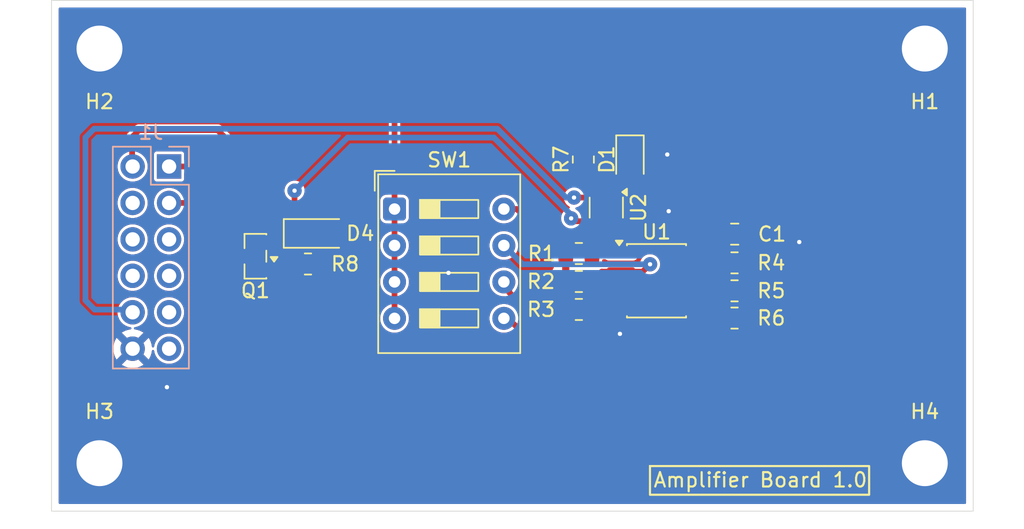
<source format=kicad_pcb>
(kicad_pcb (version 20241229) (generator "pcbnew") (generator_version "9.0")
  (title_block (title "Amplifier_Board") (date "2025-11-16") (rev "1.0") (company "PKl"))
  (layers (0 "F.Cu" signal) (2 "B.Cu" signal) (13 "F.Paste" user) (15 "B.Paste" user) (5 "F.SilkS" user "F.Silkscreen") (7 "B.SilkS" user "B.Silkscreen") (1 "F.Mask" user) (3 "B.Mask" user) (25 "Edge.Cuts" user))
  (net 0 "")
  (net 1 "GND")
  (net 2 "I2C0_SDA")
  (net 3 "I2C0_SCL")
  (net 4 "3V3_EEPROM")
  (net 5 "ON")
  (net 11 "Net-(D1-K)")
  (net 14 "Net-(U1-E0)")
  (net 15 "Net-(U1-E1)")
  (net 16 "Net-(U1-E2)")
  (net 17 "Net-(U1-~{WC})")
  (net 19 "3V3_IN")
  (net 20 "3V3_OUT")
  (net 21 "Net-(D4-A)")
  (footprint "Resistor_SMD:R_0805_2012Metric" (layer "F.Cu") (at 143.16 89.88 90)
    (property "Reference" "R7" (at 0 -1.55 90) (layer "F.SilkS"))
    (property "Value" "1K")
    (fp_line (start -0.227064 -0.735) (end 0.227064 -0.735) (stroke (width 0.12)) (layer "F.SilkS"))
    (fp_line (start -0.227064 0.735) (end 0.227064 0.735) (stroke (width 0.12)) (layer "F.SilkS"))
    (pad "1" smd roundrect (at -0.9125 0 90) (size 1.025 1.4) (layers "F.Cu" "F.Mask" "F.Paste") (roundrect_rratio 0.243902) (net 1 "GND"))
    (pad "2" smd roundrect (at 0.9125 0 90) (size 1.025 1.4) (layers "F.Cu" "F.Mask" "F.Paste") (roundrect_rratio 0.243902) (net 11 "Net-(D1-K)"))
  )
  (footprint "Diode_SMD:D_SOD-123F" (layer "F.Cu") (at 124.49 95.03)
    (property "Reference" "D4" (at 3.12 0 0) (layer "F.SilkS"))
    (property "Value" "BZT52C5V1-DIO")
    (fp_line (start -2.21 -1) (end -2.21 1) (stroke (width 0.12)) (layer "F.SilkS"))
    (fp_line (start -2.21 -1) (end 1.65 -1) (stroke (width 0.12)) (layer "F.SilkS"))
    (fp_line (start -2.21 1) (end 1.65 1) (stroke (width 0.12)) (layer "F.SilkS"))
    (pad "1" smd roundrect (at -1.4 0) (size 1.1 1.1) (layers "F.Cu" "F.Mask" "F.Paste") (roundrect_rratio 0.2272727273) (net 20 "3V3_OUT"))
    (pad "2" smd roundrect (at 1.4 0) (size 1.1 1.1) (layers "F.Cu" "F.Mask" "F.Paste") (roundrect_rratio 0.2272727273) (net 21 "Net-(D4-A)"))
  )
  (footprint "MountingHole:MountingHole_3.2mm_M3_DIN965_Pad" (layer "F.Cu") (at 109.435 111.045)
    (property "Reference" "H3" (at 0 -3.6 0) (layer "F.SilkS"))
    (property "Value" "MountingHole_Pad")
    (pad "1" thru_hole circle (at 0 0) (size 5.6 5.6) (drill 3.2) (layers "*.Cu" "*.Mask") (net 1 "GND"))
  )
  (footprint "Resistor_SMD:R_0805_2012Metric" (layer "F.Cu") (at 153.6975 100.93)
    (property "Reference" "R6" (at 2.5625 0 0) (layer "F.SilkS"))
    (property "Value" "0")
    (fp_line (start -0.227064 -0.735) (end 0.227064 -0.735) (stroke (width 0.12)) (layer "F.SilkS"))
    (fp_line (start -0.227064 0.735) (end 0.227064 0.735) (stroke (width 0.12)) (layer "F.SilkS"))
    (pad "1" smd roundrect (at -0.9125 0) (size 1.025 1.4) (layers "F.Cu" "F.Mask" "F.Paste") (roundrect_rratio 0.243902) (net 2 "I2C0_SDA"))
    (pad "2" smd roundrect (at 0.9125 0) (size 1.025 1.4) (layers "F.Cu" "F.Mask" "F.Paste") (roundrect_rratio 0.243902) (net 4 "3V3_EEPROM"))
  )
  (footprint "Resistor_SMD:R_0805_2012Metric" (layer "F.Cu") (at 153.6975 97.08 180)
    (property "Reference" "R4" (at -2.5625 0 0) (layer "F.SilkS"))
    (property "Value" "47K")
    (fp_line (start -0.227064 0.735) (end 0.227064 0.735) (stroke (width 0.12)) (layer "F.SilkS"))
    (fp_line (start -0.227064 -0.735) (end 0.227064 -0.735) (stroke (width 0.12)) (layer "F.SilkS"))
    (pad "1" smd roundrect (at -0.9125 0 180) (size 1.025 1.4) (layers "F.Cu" "F.Mask" "F.Paste") (roundrect_rratio 0.243902) (net 1 "GND"))
    (pad "2" smd roundrect (at 0.9125 0 180) (size 1.025 1.4) (layers "F.Cu" "F.Mask" "F.Paste") (roundrect_rratio 0.243902) (net 17 "Net-(U1-~{WC})"))
  )
  (footprint "LED_SMD:LED_0805_2012Metric" (layer "F.Cu") (at 146.41 89.88 -90)
    (property "Reference" "D1" (at 0 1.6125 90) (layer "F.SilkS"))
    (property "Value" "LED")
    (fp_line (start -1.685 0.96) (end 1 0.96) (stroke (width 0.12)) (layer "F.SilkS"))
    (fp_line (start -1.685 -0.96) (end -1.685 0.96) (stroke (width 0.12)) (layer "F.SilkS"))
    (fp_line (start 1 -0.96) (end -1.685 -0.96) (stroke (width 0.12)) (layer "F.SilkS"))
    (pad "1" smd roundrect (at -0.9375 0 270) (size 0.975 1.4) (layers "F.Cu" "F.Mask" "F.Paste") (net 11 "Net-(D1-K)"))
    (pad "2" smd roundrect (at 0.9375 0 270) (size 0.975 1.4) (layers "F.Cu" "F.Mask" "F.Paste") (net 4 "3V3_EEPROM"))
  )
  (footprint "Package_SO:SOIC-8_3.9x4.9mm_P1.27mm" (layer "F.Cu") (at 148.26 98.33)
    (property "Reference" "U1" (at 0 -3.4 0) (layer "F.SilkS"))
    (property "Value" "M24C32-WMN6TP")
    (fp_line (start -2.06 -2.56) (end 2.06 -2.56) (stroke (width 0.12)) (layer "F.SilkS"))
    (fp_line (start -2.06 -2.465) (end -2.06 -2.56) (stroke (width 0.12)) (layer "F.SilkS"))
    (fp_line (start -2.06 2.56) (end -2.06 2.465) (stroke (width 0.12)) (layer "F.SilkS"))
    (fp_line (start 2.06 -2.56) (end 2.06 -2.465) (stroke (width 0.12)) (layer "F.SilkS"))
    (fp_line (start 2.06 2.465) (end 2.06 2.56) (stroke (width 0.12)) (layer "F.SilkS"))
    (fp_line (start 2.06 2.56) (end -2.06 2.56) (stroke (width 0.12)) (layer "F.SilkS"))
    (fp_poly (pts (xy -2.6 -2.47) (xy -2.84 -2.8) (xy -2.36 -2.8)) (stroke (width 0.12)) (fill yes) (layer "F.SilkS"))
    (pad "1" smd roundrect (at -2.475 -1.905) (size 1.95 0.6) (layers "F.Cu" "F.Mask" "F.Paste") (net 14 "Net-(U1-E0)"))
    (pad "2" smd roundrect (at -2.475 -0.635) (size 1.95 0.6) (layers "F.Cu" "F.Mask" "F.Paste") (net 15 "Net-(U1-E1)"))
    (pad "3" smd roundrect (at -2.475 0.635) (size 1.95 0.6) (layers "F.Cu" "F.Mask" "F.Paste") (net 16 "Net-(U1-E2)"))
    (pad "4" smd roundrect (at -2.475 1.905) (size 1.95 0.6) (layers "F.Cu" "F.Mask" "F.Paste") (net 1 "GND"))
    (pad "5" smd roundrect (at 2.475 1.905) (size 1.95 0.6) (layers "F.Cu" "F.Mask" "F.Paste") (net 2 "I2C0_SDA"))
    (pad "6" smd roundrect (at 2.475 0.635) (size 1.95 0.6) (layers "F.Cu" "F.Mask" "F.Paste") (net 3 "I2C0_SCL"))
    (pad "7" smd roundrect (at 2.475 -0.635) (size 1.95 0.6) (layers "F.Cu" "F.Mask" "F.Paste") (net 17 "Net-(U1-~{WC})"))
    (pad "8" smd roundrect (at 2.475 -1.905) (size 1.95 0.6) (layers "F.Cu" "F.Mask" "F.Paste") (net 4 "3V3_EEPROM"))
  )
  (footprint "MountingHole:MountingHole_3.2mm_M3_DIN965_Pad" (layer "F.Cu") (at 166.96 111.045)
    (property "Reference" "H4" (at 0 -3.6 0) (layer "F.SilkS"))
    (property "Value" "MountingHole_Pad")
    (pad "1" thru_hole circle (at 0 0) (size 5.6 5.6) (drill 3.2) (layers "*.Cu" "*.Mask") (net 1 "GND"))
  )
  (footprint "Resistor_SMD:R_0805_2012Metric" (layer "F.Cu") (at 142.8475 100.33)
    (property "Reference" "R3" (at -2.6375 0 0) (layer "F.SilkS"))
    (property "Value" "47K")
    (fp_line (start -0.227064 -0.735) (end 0.227064 -0.735) (stroke (width 0.12)) (layer "F.SilkS"))
    (fp_line (start -0.227064 0.735) (end 0.227064 0.735) (stroke (width 0.12)) (layer "F.SilkS"))
    (pad "1" smd roundrect (at -0.9125 0) (size 1.025 1.4) (layers "F.Cu" "F.Mask" "F.Paste") (roundrect_rratio 0.243902) (net 1 "GND"))
    (pad "2" smd roundrect (at 0.9125 0) (size 1.025 1.4) (layers "F.Cu" "F.Mask" "F.Paste") (roundrect_rratio 0.243902) (net 16 "Net-(U1-E2)"))
  )
  (footprint "Resistor_SMD:R_0805_2012Metric" (layer "F.Cu") (at 123.9675 97.16)
    (property "Reference" "R8" (at 2.585 0 0) (layer "F.SilkS"))
    (property "Value" "100K")
    (fp_line (start -0.227064 -0.735) (end 0.227064 -0.735) (stroke (width 0.12)) (layer "F.SilkS"))
    (fp_line (start -0.227064 0.735) (end 0.227064 0.735) (stroke (width 0.12)) (layer "F.SilkS"))
    (pad "1" smd roundrect (at -0.9125 0) (size 1.025 1.4) (layers "F.Cu" "F.Mask" "F.Paste") (roundrect_rratio 0.243902) (net 1 "GND"))
    (pad "2" smd roundrect (at 0.9125 0) (size 1.025 1.4) (layers "F.Cu" "F.Mask" "F.Paste") (roundrect_rratio 0.243902) (net 21 "Net-(D4-A)"))
  )
  (footprint "Resistor_SMD:R_0805_2012Metric" (layer "F.Cu") (at 153.6975 99.03)
    (property "Reference" "R5" (at 2.5625 0 0) (layer "F.SilkS"))
    (property "Value" "0")
    (fp_line (start -0.227064 -0.735) (end 0.227064 -0.735) (stroke (width 0.12)) (layer "F.SilkS"))
    (fp_line (start -0.227064 0.735) (end 0.227064 0.735) (stroke (width 0.12)) (layer "F.SilkS"))
    (pad "1" smd roundrect (at -0.9125 0) (size 1.025 1.4) (layers "F.Cu" "F.Mask" "F.Paste") (roundrect_rratio 0.243902) (net 3 "I2C0_SCL"))
    (pad "2" smd roundrect (at 0.9125 0) (size 1.025 1.4) (layers "F.Cu" "F.Mask" "F.Paste") (roundrect_rratio 0.243902) (net 4 "3V3_EEPROM"))
  )
  (footprint "Button_Switch_THT:SW_DIP_SPSTx04_Slide_9.78x12.34mm_W7.62mm_P2.54mm" (layer "F.Cu") (at 130 93.33)
    (property "Reference" "SW1" (at 3.81 -3.42 0) (layer "F.SilkS"))
    (property "Value" "SW_DIP_x04")
    (fp_line (start -1.38 -2.66) (end -1.38 -1.277) (stroke (width 0.12)) (layer "F.SilkS"))
    (fp_line (start -1.38 -2.66) (end 0.003 -2.66) (stroke (width 0.12)) (layer "F.SilkS"))
    (fp_line (start -1.14 -2.42) (end -1.14 10.04) (stroke (width 0.12)) (layer "F.SilkS"))
    (fp_line (start -1.14 -2.42) (end 8.76 -2.42) (stroke (width 0.12)) (layer "F.SilkS"))
    (fp_line (start -1.14 10.04) (end 8.76 10.04) (stroke (width 0.12)) (layer "F.SilkS"))
    (fp_line (start 3.133333 -0.635) (end 3.133333 0.635) (stroke (width 0.12)) (layer "F.SilkS"))
    (fp_line (start 3.133333 1.905) (end 3.133333 3.175) (stroke (width 0.12)) (layer "F.SilkS"))
    (fp_line (start 3.133333 4.445) (end 3.133333 5.715) (stroke (width 0.12)) (layer "F.SilkS"))
    (fp_line (start 3.133333 6.985) (end 3.133333 8.255) (stroke (width 0.12)) (layer "F.SilkS"))
    (fp_line (start 8.76 -2.42) (end 8.76 10.04) (stroke (width 0.12)) (layer "F.SilkS"))
    (fp_rect (start 1.78 -0.635) (end 3.133333 0.635) (stroke (width 0.12)) (fill yes) (layer "F.SilkS"))
    (fp_rect (start 1.78 -0.635) (end 5.84 0.635) (stroke (width 0.12)) (fill no) (layer "F.SilkS"))
    (fp_rect (start 1.78 1.905) (end 3.133333 3.175) (stroke (width 0.12)) (fill yes) (layer "F.SilkS"))
    (fp_rect (start 1.78 1.905) (end 5.84 3.175) (stroke (width 0.12)) (fill no) (layer "F.SilkS"))
    (fp_rect (start 1.78 4.445) (end 3.133333 5.715) (stroke (width 0.12)) (fill yes) (layer "F.SilkS"))
    (fp_rect (start 1.78 4.445) (end 5.84 5.715) (stroke (width 0.12)) (fill no) (layer "F.SilkS"))
    (fp_rect (start 1.78 6.985) (end 3.133333 8.255) (stroke (width 0.12)) (fill yes) (layer "F.SilkS"))
    (fp_rect (start 1.78 6.985) (end 5.84 8.255) (stroke (width 0.12)) (fill no) (layer "F.SilkS"))
    (pad "1" thru_hole roundrect (at 0 0) (size 1.6 1.6) (drill 0.8) (layers "*.Cu" "*.Mask") (roundrect_rratio 0.15625) (net 4 "3V3_EEPROM"))
    (pad "2" thru_hole circle (at 0 2.54) (size 1.6 1.6) (drill 0.8) (layers "*.Cu" "*.Mask") (net 4 "3V3_EEPROM"))
    (pad "3" thru_hole circle (at 0 5.08) (size 1.6 1.6) (drill 0.8) (layers "*.Cu" "*.Mask") (net 4 "3V3_EEPROM"))
    (pad "4" thru_hole circle (at 0 7.62) (size 1.6 1.6) (drill 0.8) (layers "*.Cu" "*.Mask") (net 4 "3V3_EEPROM"))
    (pad "5" thru_hole circle (at 7.62 7.62) (size 1.6 1.6) (drill 0.8) (layers "*.Cu" "*.Mask") (net 17 "Net-(U1-~{WC})"))
    (pad "6" thru_hole circle (at 7.62 5.08) (size 1.6 1.6) (drill 0.8) (layers "*.Cu" "*.Mask") (net 16 "Net-(U1-E2)"))
    (pad "7" thru_hole circle (at 7.62 2.54) (size 1.6 1.6) (drill 0.8) (layers "*.Cu" "*.Mask") (net 15 "Net-(U1-E1)"))
    (pad "8" thru_hole circle (at 7.62 0) (size 1.6 1.6) (drill 0.8) (layers "*.Cu" "*.Mask") (net 14 "Net-(U1-E0)"))
  )
  (footprint "Capacitor_SMD:C_0805_2012Metric" (layer "F.Cu") (at 153.71 95.08)
    (property "Reference" "C1" (at 2.6 0 0) (layer "F.SilkS"))
    (property "Value" "100nF")
    (fp_line (start -0.261252 -0.735) (end 0.261252 -0.735) (stroke (width 0.12)) (layer "F.SilkS"))
    (fp_line (start -0.261252 0.735) (end 0.261252 0.735) (stroke (width 0.12)) (layer "F.SilkS"))
    (pad "1" smd roundrect (at -0.95 0) (size 1 1.45) (layers "F.Cu" "F.Mask" "F.Paste") (net 4 "3V3_EEPROM"))
    (pad "2" smd roundrect (at 0.95 0) (size 1 1.45) (layers "F.Cu" "F.Mask" "F.Paste") (net 1 "GND"))
  )
  (footprint "Package_TO_SOT_SMD:SOT-363_SC-70-6" (layer "F.Cu") (at 144.76 93.23 -90)
    (property "Reference" "U2" (at 0 -2.25 90) (layer "F.SilkS"))
    (property "Value" "SIP32431DR3-T1GE3")
    (fp_line (start -0.7 1.16) (end 0.7 1.16) (stroke (width 0.12)) (layer "F.SilkS"))
    (fp_line (start -0.71 -1.16) (end 0.7 -1.16) (stroke (width 0.12)) (layer "F.SilkS"))
    (fp_poly (pts (xy -1.08 -1.11) (xy -1.32 -1.44) (xy -0.84 -1.44) (xy -1.08 -1.11)) (stroke (width 0.12)) (fill yes) (layer "F.SilkS"))
    (pad "1" smd roundrect (at -0.95 -0.65 270) (size 0.65 0.4) (layers "F.Cu" "F.Mask" "F.Paste") (net 4 "3V3_EEPROM"))
    (pad "2" smd roundrect (at -0.95 0 270) (size 0.65 0.4) (layers "F.Cu" "F.Mask" "F.Paste") (net 1 "GND"))
    (pad "3" smd roundrect (at -0.95 0.65 270) (size 0.65 0.4) (layers "F.Cu" "F.Mask" "F.Paste") (net 5 "ON"))
    (pad "4" smd roundrect (at 0.95 0.65 270) (size 0.65 0.4) (layers "F.Cu" "F.Mask" "F.Paste") (net 20 "3V3_OUT"))
    (pad "5" smd roundrect (at 0.95 0 270) (size 0.65 0.4) (layers "F.Cu" "F.Mask" "F.Paste") (net 1 "GND"))
    (pad "6" smd roundrect (at 0.95 -0.65 270) (size 0.65 0.4) (layers "F.Cu" "F.Mask" "F.Paste"))
  )
  (footprint "Package_TO_SOT_SMD:SOT-23" (layer "F.Cu") (at 120.3025 96.62 180)
    (property "Reference" "Q1" (at 0 -2.4 0) (layer "F.SilkS"))
    (property "Value" "AO3407A")
    (fp_line (start 0.76 1.56) (end -0.76 1.56) (stroke (width 0.12)) (layer "F.SilkS"))
    (fp_line (start 0.76 0.56) (end 0.76 1.56) (stroke (width 0.12)) (layer "F.SilkS"))
    (fp_line (start 0.76 -1.56) (end 0.76 -0.56) (stroke (width 0.12)) (layer "F.SilkS"))
    (fp_line (start -0.76 1.56) (end -0.76 1.51) (stroke (width 0.12)) (layer "F.SilkS"))
    (fp_line (start -0.76 0.39) (end -0.76 -0.39) (stroke (width 0.12)) (layer "F.SilkS"))
    (fp_line (start -0.76 -1.51) (end -0.76 -1.56) (stroke (width 0.12)) (layer "F.SilkS"))
    (fp_line (start -0.76 -1.56) (end 0.76 -1.56) (stroke (width 0.12)) (layer "F.SilkS"))
    (fp_poly (pts (xy -1.3 -0.38) (xy -1.06 -0.05) (xy -1.54 -0.05)) (stroke (width 0.12)) (fill yes) (layer "F.SilkS"))
    (pad "1" smd roundrect (at -0.9375 -0.95 180) (size 1.475 0.6) (layers "F.Cu" "F.Mask" "F.Paste") (net 21 "Net-(D4-A)"))
    (pad "2" smd roundrect (at -0.9375 0.95 180) (size 1.475 0.6) (layers "F.Cu" "F.Mask" "F.Paste") (net 20 "3V3_OUT"))
    (pad "3" smd roundrect (at 0.9375 0 180) (size 1.475 0.6) (layers "F.Cu" "F.Mask" "F.Paste") (net 19 "3V3_IN"))
  )
  (footprint "MountingHole:MountingHole_3.2mm_M3_DIN965_Pad" (layer "F.Cu") (at 166.96 82.145)
    (property "Reference" "H1" (at 0 3.7 0) (layer "F.SilkS"))
    (property "Value" "MountingHole_Pad" (hide yes))
    (pad "1" thru_hole circle (at 0 0) (size 5.6 5.6) (drill 3.2) (layers "*.Cu" "*.Mask") (net 1 "GND"))
  )
  (footprint "Resistor_SMD:R_0805_2012Metric" (layer "F.Cu") (at 142.8475 96.43)
    (property "Reference" "R1" (at -2.5875 0 0) (layer "F.SilkS"))
    (property "Value" "47K")
    (fp_line (start -0.227064 -0.735) (end 0.227064 -0.735) (stroke (width 0.12)) (layer "F.SilkS"))
    (fp_line (start -0.227064 0.735) (end 0.227064 0.735) (stroke (width 0.12)) (layer "F.SilkS"))
    (pad "1" smd roundrect (at -0.9125 0) (size 1.025 1.4) (layers "F.Cu" "F.Mask" "F.Paste") (roundrect_rratio 0.243902) (net 1 "GND"))
    (pad "2" smd roundrect (at 0.9125 0) (size 1.025 1.4) (layers "F.Cu" "F.Mask" "F.Paste") (roundrect_rratio 0.243902) (net 14 "Net-(U1-E0)"))
  )
  (footprint "MountingHole:MountingHole_3.2mm_M3_DIN965_Pad" (layer "F.Cu") (at 109.435 82.145)
    (property "Reference" "H2" (at 0 3.7 0) (layer "F.SilkS"))
    (property "Value" "MountingHole_Pad" (hide yes))
    (pad "1" thru_hole circle (at 0 0) (size 5.6 5.6) (drill 3.2) (layers "*.Cu" "*.Mask") (net 1 "GND"))
  )
  (footprint "Resistor_SMD:R_0805_2012Metric" (layer "F.Cu") (at 142.8475 98.38)
    (property "Reference" "R2" (at -2.6375 0 0) (layer "F.SilkS"))
    (property "Value" "47K")
    (fp_line (start -0.227064 -0.735) (end 0.227064 -0.735) (stroke (width 0.12)) (layer "F.SilkS"))
    (fp_line (start -0.227064 0.735) (end 0.227064 0.735) (stroke (width 0.12)) (layer "F.SilkS"))
    (pad "1" smd roundrect (at -0.9125 0) (size 1.025 1.4) (layers "F.Cu" "F.Mask" "F.Paste") (roundrect_rratio 0.243902) (net 1 "GND"))
    (pad "2" smd roundrect (at 0.9125 0) (size 1.025 1.4) (layers "F.Cu" "F.Mask" "F.Paste") (roundrect_rratio 0.243902) (net 15 "Net-(U1-E1)"))
  )
  (footprint "Connector_PinHeader_2.54mm:PinHeader_2x06_P2.54mm_Vertical" (layer "B.Cu") (at 114.285 90.365 180)
    (property "Reference" "J1" (at 1.27 2.38 0) (layer "B.SilkS") (effects (justify mirror)))
    (property "Value" "COM")
    (fp_line (start 3.92 1.38) (end 3.92 -14.08) (stroke (width 0.12)) (layer "B.SilkS"))
    (fp_line (start 1.27 1.38) (end 3.92 1.38) (stroke (width 0.12)) (layer "B.SilkS"))
    (fp_line (start 1.27 -1.27) (end 1.27 1.38) (stroke (width 0.12)) (layer "B.SilkS"))
    (fp_line (start -1.38 1.38) (end 0 1.38) (stroke (width 0.12)) (layer "B.SilkS"))
    (fp_line (start -1.38 0) (end -1.38 1.38) (stroke (width 0.12)) (layer "B.SilkS"))
    (fp_line (start -1.38 -1.27) (end 1.27 -1.27) (stroke (width 0.12)) (layer "B.SilkS"))
    (fp_line (start -1.38 -1.27) (end -1.38 -14.08) (stroke (width 0.12)) (layer "B.SilkS"))
    (fp_line (start -1.38 -14.08) (end 3.92 -14.08) (stroke (width 0.12)) (layer "B.SilkS"))
    (pad "1" thru_hole rect (at 0 0 180) (size 1.7 1.7) (drill 1) (layers "*.Cu" "*.Mask") (net 3 "I2C0_SCL"))
    (pad "2" thru_hole circle (at 2.54 0 180) (size 1.7 1.7) (drill 1) (layers "*.Cu" "*.Mask") (net 19 "3V3_IN"))
    (pad "3" thru_hole circle (at 0 -2.54 180) (size 1.7 1.7) (drill 1) (layers "*.Cu" "*.Mask") (net 2 "I2C0_SDA"))
    (pad "4" thru_hole circle (at 2.54 -2.54 180) (size 1.7 1.7) (drill 1) (layers "*.Cu" "*.Mask"))
    (pad "5" thru_hole circle (at 0 -5.08 180) (size 1.7 1.7) (drill 1) (layers "*.Cu" "*.Mask"))
    (pad "6" thru_hole circle (at 2.54 -5.08 180) (size 1.7 1.7) (drill 1) (layers "*.Cu" "*.Mask"))
    (pad "7" thru_hole circle (at 0 -7.62 180) (size 1.7 1.7) (drill 1) (layers "*.Cu" "*.Mask"))
    (pad "8" thru_hole circle (at 2.54 -7.62 180) (size 1.7 1.7) (drill 1) (layers "*.Cu" "*.Mask"))
    (pad "9" thru_hole circle (at 0 -10.16 180) (size 1.7 1.7) (drill 1) (layers "*.Cu" "*.Mask"))
    (pad "10" thru_hole circle (at 2.54 -10.16 180) (size 1.7 1.7) (drill 1) (layers "*.Cu" "*.Mask") (net 5 "ON"))
    (pad "11" thru_hole circle (at 0 -12.7 180) (size 1.7 1.7) (drill 1) (layers "*.Cu" "*.Mask"))
    (pad "12" thru_hole circle (at 2.54 -12.7 180) (size 1.7 1.7) (drill 1) (layers "*.Cu" "*.Mask") (net 1 "GND"))
  )
  (gr_rect (start 147.805 111.245) (end 163.08 113.245) (stroke (width 0.15)) (fill no) (layer "F.SilkS"))
  (gr_rect (start 106.092152 78.785) (end 170.335 114.39) (stroke (width 0.05)) (fill no) (layer "Edge.Cuts"))
  (gr_text "Amplifier Board 1.0" (at 147.975 112.8 0) (layer "F.SilkS") (effects (font (size 1 1)) (justify left bottom)))
  (via (at 149.11 93.48) (size 1) (drill 0.3) (layers "F.Cu" "B.Cu") (net 1))
  (via (at 158.21 95.63) (size 1) (drill 0.3) (layers "F.Cu" "B.Cu") (net 1))
  (via (at 145.71 102.03) (size 1) (drill 0.3) (layers "F.Cu" "B.Cu") (net 1))
  (via (at 133.76 97.78) (size 1) (drill 0.3) (layers "F.Cu" "B.Cu") (net 1))
  (via (at 114.135 105.745) (size 1) (drill 0.3) (layers "F.Cu" "B.Cu") (net 1))
  (via (at 149.01 89.53) (size 1) (drill 0.3) (layers "F.Cu" "B.Cu") (net 1))
  (segment (start 149.91 103.23) (end 149.91 101.06) (width 0.4) (layer "F.Cu") (net 2))
  (segment (start 150.735 100.235) (end 152.09 100.235) (width 0.4) (layer "F.Cu") (net 2))
  (segment (start 115.595 92.905) (end 116.74 94.05) (width 0.4) (layer "F.Cu") (net 2))
  (segment (start 117.74 104.5) (end 148.64 104.5) (width 0.4) (layer "F.Cu") (net 2))
  (segment (start 114.285 92.905) (end 115.595 92.905) (width 0.4) (layer "F.Cu") (net 2))
  (segment (start 148.64 104.5) (end 149.91 103.23) (width 0.4) (layer "F.Cu") (net 2))
  (segment (start 149.91 101.06) (end 150.735 100.235) (width 0.4) (layer "F.Cu") (net 2))
  (segment (start 152.09 100.235) (end 152.785 100.93) (width 0.4) (layer "F.Cu") (net 2))
  (segment (start 116.74 94.05) (end 116.74 103.5) (width 0.4) (layer "F.Cu") (net 2))
  (segment (start 116.74 103.5) (end 117.74 104.5) (width 0.4) (layer "F.Cu") (net 2))
  (segment (start 117.9975 103.9) (end 148.39 103.9) (width 0.4) (layer "F.Cu") (net 3))
  (segment (start 149.31 99.48) (end 149.825 98.965) (width 0.4) (layer "F.Cu") (net 3))
  (segment (start 149.31 102.98) (end 149.31 99.48) (width 0.4) (layer "F.Cu") (net 3))
  (segment (start 152.785 99.03) (end 150.8 99.03) (width 0.4) (layer "F.Cu") (net 3))
  (segment (start 148.39 103.9) (end 149.31 102.98) (width 0.4) (layer "F.Cu") (net 3))
  (segment (start 117.34 103.2425) (end 117.9975 103.9) (width 0.4) (layer "F.Cu") (net 3))
  (segment (start 114.285 90.365) (end 116.765 90.365) (width 0.4) (layer "F.Cu") (net 3))
  (segment (start 116.765 90.365) (end 117.34 90.94) (width 0.4) (layer "F.Cu") (net 3))
  (segment (start 149.825 98.965) (end 150.735 98.965) (width 0.4) (layer "F.Cu") (net 3))
  (segment (start 117.34 90.94) (end 117.34 103.2425) (width 0.4) (layer "F.Cu") (net 3))
  (segment (start 150.8 99.03) (end 150.735 98.965) (width 0.4) (layer "F.Cu") (net 3))
  (segment (start 145.41 92.28) (end 146.61 92.28) (width 0.4) (layer "F.Cu") (net 4))
  (segment (start 150.86 96.3) (end 150.735 96.425) (width 0.4) (layer "F.Cu") (net 4))
  (segment (start 148.01 86.33) (end 148.01 90.43) (width 0.4) (layer "F.Cu") (net 4))
  (segment (start 150.735 92.855) (end 150.735 96.425) (width 0.4) (layer "F.Cu") (net 4))
  (segment (start 152.76 95.08) (end 152.08 95.08) (width 0.4) (layer "F.Cu") (net 4))
  (segment (start 146.91 85.23) (end 148.01 86.33) (width 0.4) (layer "F.Cu") (net 4))
  (segment (start 131.11 85.23) (end 146.91 85.23) (width 0.4) (layer "F.Cu") (net 4))
  (segment (start 154.61 99.03) (end 158.86 99.03) (width 0.4) (layer "F.Cu") (net 4))
  (segment (start 146.66 92.23) (end 150.11 92.23) (width 0.4) (layer "F.Cu") (net 4))
  (segment (start 130 86.34) (end 131.11 85.23) (width 0.4) (layer "F.Cu") (net 4))
  (segment (start 150.11 92.23) (end 150.735 92.855) (width 0.4) (layer "F.Cu") (net 4))
  (segment (start 146.41 90.8175) (end 146.41 91.28) (width 0.4) (layer "F.Cu") (net 4))
  (segment (start 148.01 90.43) (end 147.6225 90.8175) (width 0.4) (layer "F.Cu") (net 4))
  (segment (start 146.61 92.28) (end 146.66 92.23) (width 0.4) (layer "F.Cu") (net 4))
  (segment (start 159.66 93.48) (end 158.91 92.73) (width 0.4) (layer "F.Cu") (net 4))
  (segment (start 146.41 91.28) (end 145.41 92.28) (width 0.4) (layer "F.Cu") (net 4))
  (segment (start 152.08 95.08) (end 150.735 96.425) (width 0.4) (layer "F.Cu") (net 4))
  (segment (start 158.86 99.03) (end 159.66 98.23) (width 0.4) (layer "F.Cu") (net 4))
  (segment (start 154.61 100.93) (end 154.61 99.03) (width 0.4) (layer "F.Cu") (net 4))
  (segment (start 152.76 93.08) (end 152.76 95.08) (width 0.4) (layer "F.Cu") (net 4))
  (segment (start 153.11 92.73) (end 152.76 93.08) (width 0.4) (layer "F.Cu") (net 4))
  (segment (start 147.6225 90.8175) (end 146.41 90.8175) (width 0.4) (layer "F.Cu") (net 4))
  (segment (start 159.66 98.23) (end 159.66 93.48) (width 0.4) (layer "F.Cu") (net 4))
  (segment (start 130 100.95) (end 130 86.34) (width 0.4) (layer "F.Cu") (net 4))
  (segment (start 158.91 92.73) (end 153.11 92.73) (width 0.4) (layer "F.Cu") (net 4))
  (segment (start 143.86 92.53) (end 144.11 92.28) (width 0.4) (layer "F.Cu") (net 5))
  (segment (start 142.51 92.53) (end 143.86 92.53) (width 0.4) (layer "F.Cu") (net 5))
  (via (at 142.51 92.53) (size 1) (drill 0.3) (layers "F.Cu" "B.Cu") (net 5))
  (segment (start 142.51 92.53) (end 141.96 92.53) (width 0.4) (layer "B.Cu") (net 5))
  (segment (start 108.46 88.34) (end 108.46 99.7) (width 0.4) (layer "B.Cu") (net 5))
  (segment (start 142.51 92.53) (end 142.26 92.53) (width 0.4) (layer "B.Cu") (net 5))
  (segment (start 111.56 100.34) (end 111.745 100.525) (width 0.4) (layer "B.Cu") (net 5))
  (segment (start 141.96 92.53) (end 137.165 87.735) (width 0.4) (layer "B.Cu") (net 5))
  (segment (start 108.46 99.7) (end 109.1 100.34) (width 0.4) (layer "B.Cu") (net 5))
  (segment (start 137.165 87.735) (end 109.065 87.735) (width 0.4) (layer "B.Cu") (net 5))
  (segment (start 109.065 87.735) (end 108.46 88.34) (width 0.4) (layer "B.Cu") (net 5))
  (segment (start 109.1 100.34) (end 111.56 100.34) (width 0.4) (layer "B.Cu") (net 5))
  (segment (start 146.385 88.9675) (end 146.41 88.9425) (width 0.4) (layer "F.Cu") (net 11))
  (segment (start 143.16 88.9675) (end 146.385 88.9675) (width 0.4) (layer "F.Cu") (net 11))
  (segment (start 140.37 95.18) (end 138.52 93.33) (width 0.4) (layer "F.Cu") (net 14))
  (segment (start 143.76 95.58) (end 143.36 95.18) (width 0.4) (layer "F.Cu") (net 14))
  (segment (start 138.52 93.33) (end 137.62 93.33) (width 0.4) (layer "F.Cu") (net 14))
  (segment (start 143.765 96.425) (end 143.76 96.43) (width 0.4) (layer "F.Cu") (net 14))
  (segment (start 145.785 96.425) (end 143.765 96.425) (width 0.4) (layer "F.Cu") (net 14))
  (segment (start 143.36 95.18) (end 140.37 95.18) (width 0.4) (layer "F.Cu") (net 14))
  (segment (start 143.76 96.43) (end 143.76 95.58) (width 0.4) (layer "F.Cu") (net 14))
  (segment (start 144.445 97.695) (end 143.76 98.38) (width 0.4) (layer "F.Cu") (net 15))
  (segment (start 145.785 97.695) (end 144.445 97.695) (width 0.4) (layer "F.Cu") (net 15))
  (segment (start 147.295 97.695) (end 147.81 97.18) (width 0.4) (layer "F.Cu") (net 15))
  (segment (start 145.785 97.695) (end 147.295 97.695) (width 0.4) (layer "F.Cu") (net 15))
  (via (at 147.81 97.18) (size 1) (drill 0.3) (layers "F.Cu" "B.Cu") (net 15))
  (segment (start 138.93 97.18) (end 147.81 97.18) (width 0.4) (layer "B.Cu") (net 15))
  (segment (start 137.62 95.87) (end 138.93 97.18) (width 0.4) (layer "B.Cu") (net 15))
  (segment (start 145.125 98.965) (end 143.76 100.33) (width 0.4) (layer "F.Cu") (net 16))
  (segment (start 143.76 101.53) (end 142.61 102.68) (width 0.4) (layer "F.Cu") (net 16))
  (segment (start 138 99.15) (end 138 98.79) (width 0.4) (layer "F.Cu") (net 16))
  (segment (start 138 98.79) (end 137.62 98.41) (width 0.4) (layer "F.Cu") (net 16))
  (segment (start 145.785 98.965) (end 145.125 98.965) (width 0.4) (layer "F.Cu") (net 16))
  (segment (start 139 101.15) (end 139 100.15) (width 0.4) (layer "F.Cu") (net 16))
  (segment (start 140.53 102.68) (end 139 101.15) (width 0.4) (layer "F.Cu") (net 16))
  (segment (start 143.76 100.33) (end 143.76 101.53) (width 0.4) (layer "F.Cu") (net 16))
  (segment (start 139 100.15) (end 138 99.15) (width 0.4) (layer "F.Cu") (net 16))
  (segment (start 142.61 102.68) (end 140.53 102.68) (width 0.4) (layer "F.Cu") (net 16))
  (segment (start 150.735 97.695) (end 149.445 97.695) (width 0.4) (layer "F.Cu") (net 17))
  (segment (start 152.76 97.08) (end 152.145 97.695) (width 0.4) (layer "F.Cu") (net 17))
  (segment (start 152.785 97.08) (end 152.76 97.08) (width 0.4) (layer "F.Cu") (net 17))
  (segment (start 140.25 103.28) (end 138.31 101.34) (width 0.4) (layer "F.Cu") (net 17))
  (segment (start 148.71 98.43) (end 148.71 102.68) (width 0.4) (layer "F.Cu") (net 17))
  (segment (start 149.445 97.695) (end 148.71 98.43) (width 0.4) (layer "F.Cu") (net 17))
  (segment (start 148.11 103.28) (end 140.25 103.28) (width 0.4) (layer "F.Cu") (net 17))
  (segment (start 152.145 97.695) (end 150.735 97.695) (width 0.4) (layer "F.Cu") (net 17))
  (segment (start 148.71 102.68) (end 148.11 103.28) (width 0.4) (layer "F.Cu") (net 17))
  (segment (start 119.365 89.525) (end 117.67 87.83) (width 0.4) (layer "F.Cu") (net 19))
  (segment (start 111.71 88.31) (end 111.71 90.33) (width 0.4) (layer "F.Cu") (net 19))
  (segment (start 112.19 87.83) (end 111.71 88.31) (width 0.4) (layer "F.Cu") (net 19))
  (segment (start 111.71 90.33) (end 111.745 90.365) (width 0.4) (layer "F.Cu") (net 19))
  (segment (start 117.67 87.83) (end 112.19 87.83) (width 0.4) (layer "F.Cu") (net 19))
  (segment (start 119.365 96.62) (end 119.365 89.525) (width 0.4) (layer "F.Cu") (net 19))
  (segment (start 123.03 92.05) (end 123.03 94.97) (width 0.4) (layer "F.Cu") (net 20))
  (segment (start 142.51 94.18) (end 142.31 93.98) (width 0.4) (layer "F.Cu") (net 20))
  (segment (start 122.45 95.67) (end 123.09 95.03) (width 0.4) (layer "F.Cu") (net 20))
  (segment (start 144.11 94.18) (end 142.51 94.18) (width 0.4) (layer "F.Cu") (net 20))
  (segment (start 121.24 95.67) (end 122.45 95.67) (width 0.4) (layer "F.Cu") (net 20))
  (segment (start 123.03 94.97) (end 123.09 95.03) (width 0.4) (layer "F.Cu") (net 20))
  (via (at 123.03 92.05) (size 1) (drill 0.3) (layers "F.Cu" "B.Cu") (net 20))
  (via (at 142.31 93.98) (size 1) (drill 0.3) (layers "F.Cu" "B.Cu") (net 20))
  (segment (start 142.31 93.98) (end 142.31 93.73) (width 0.4) (layer "B.Cu") (net 20))
  (segment (start 126.73 88.35) (end 123.03 92.05) (width 0.4) (layer "B.Cu") (net 20))
  (segment (start 142.31 93.98) (end 142.31 93.735) (width 0.4) (layer "B.Cu") (net 20))
  (segment (start 142.31 93.735) (end 136.925 88.35) (width 0.4) (layer "B.Cu") (net 20))
  (segment (start 136.925 88.35) (end 126.73 88.35) (width 0.4) (layer "B.Cu") (net 20))
  (segment (start 124.43 99.37) (end 125.06 98.74) (width 0.4) (layer "F.Cu") (net 21))
  (segment (start 125.06 97.34) (end 124.88 97.16) (width 0.4) (layer "F.Cu") (net 21))
  (segment (start 125.06 98.74) (end 125.06 97.34) (width 0.4) (layer "F.Cu") (net 21))
  (segment (start 122.16 99.37) (end 124.43 99.37) (width 0.4) (layer "F.Cu") (net 21))
  (segment (start 125.89 96.15) (end 124.88 97.16) (width 0.4) (layer "F.Cu") (net 21))
  (segment (start 121.24 97.57) (end 121.24 98.45) (width 0.4) (layer "F.Cu") (net 21))
  (segment (start 121.24 98.45) (end 122.16 99.37) (width 0.4) (layer "F.Cu") (net 21))
  (segment (start 125.89 95.03) (end 125.89 96.15) (width 0.4) (layer "F.Cu") (net 21))
  (zone (net 1) (net_name "GND") (layers "F.Cu" "B.Cu") (connect_pads (clearance 0.2)) (min_thickness 0.16) (fill yes (thermal_gap 0.5) (thermal_bridge_width 0.5))
    (polygon (pts (xy 170.335 78.795) (xy 170.335 114.395) (xy 106.085 114.395) (xy 106.085 78.795)))
  )
)
</source>
